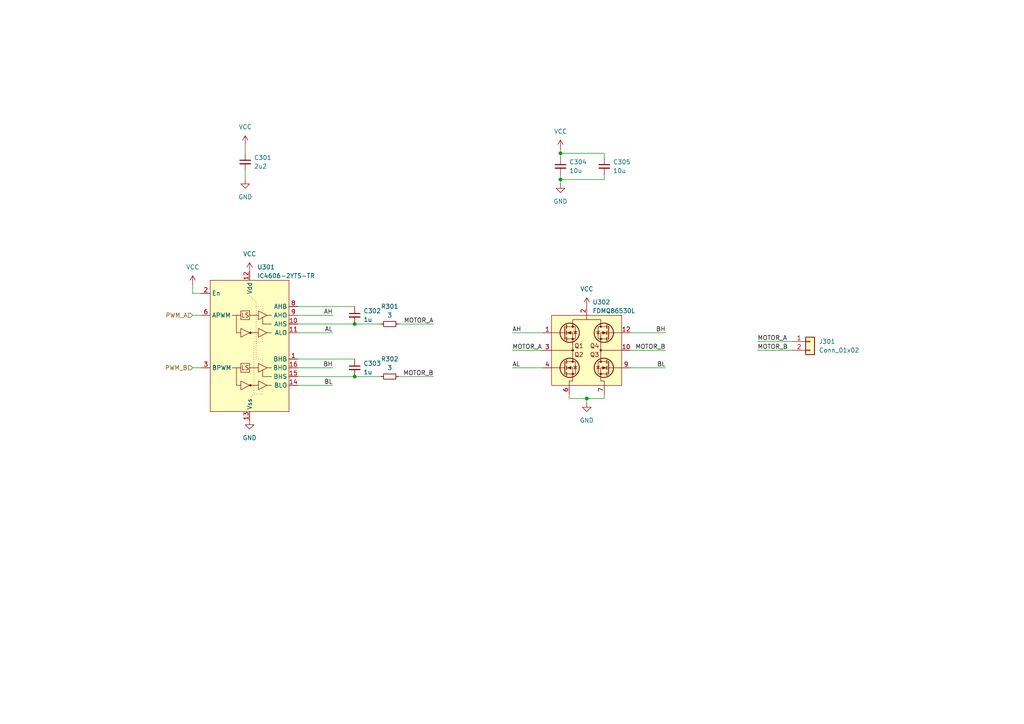
<source format=kicad_sch>
(kicad_sch (version 20231120) (generator "eeschema") (generator_version "8.0")
  (paper "A4")
  (lib_symbols
    (symbol "Connector_Generic:Conn_01x02" (pin_names (offset 1.016) hide)
      (property "Reference" "J" (at 0 2.54 0))
      (property "Value" "Conn_01x02" (at 0 -5.08 0))
      (symbol "Conn_01x02_1_1"
        (rectangle (start -1.27 -2.413) (end 0 -2.667) (stroke (width 0.1524)))
        (rectangle (start -1.27 0.127) (end 0 -0.127) (stroke (width 0.1524)))
        (rectangle (start -1.27 1.27) (end 1.27 -3.81) (stroke (width 0.254)) (fill (type background)))
        (pin passive line (at -5.08 0 0) (length 3.81) (name "Pin_1") (number "1"))
        (pin passive line (at -5.08 -2.54 0) (length 3.81) (name "Pin_2") (number "2"))
      )
    )
    (symbol "Device:C_Small" (pin_numbers hide) (pin_names (offset 0.254) hide)
      (property "Reference" "C" (at 0.254 1.778 0))
      (property "Value" "C_Small" (at 0.254 -2.032 0))
      (symbol "C_Small_0_1"
        (polyline (pts (xy -1.524 -0.508) (xy 1.524 -0.508)) (stroke (width 0.3302)))
        (polyline (pts (xy -1.524 0.508) (xy 1.524 0.508)) (stroke (width 0.3048)))
      )
      (symbol "C_Small_1_1"
        (pin passive line (at 0 2.54 270) (length 2.032) (name "~") (number "1"))
        (pin passive line (at 0 -2.54 90) (length 2.032) (name "~") (number "2"))
      )
    )
    (symbol "Device:R_Small" (pin_numbers hide) (pin_names (offset 0.254) hide)
      (property "Reference" "R" (at 0.762 0.508 0))
      (property "Value" "R_Small" (at 0.762 -1.016 0))
      (symbol "R_Small_0_1"
        (rectangle (start -0.762 1.778) (end 0.762 -1.778) (stroke (width 0.2032)))
      )
      (symbol "R_Small_1_1"
        (pin passive line (at 0 2.54 270) (length 0.762) (name "~") (number "1"))
        (pin passive line (at 0 -2.54 90) (length 0.762) (name "~") (number "2"))
      )
    )
    (symbol "Maker_librairy:FDMQ86530L"
      (property "Reference" "U" (at -9.652 11.176 0))
      (symbol "FDMQ86530L_0_1"
        (circle (center -4.953 -5.08) (radius 2.794) (stroke (width 0.254)))
        (circle (center -4.953 5.08) (radius 2.794) (stroke (width 0.254)))
        (circle (center -4.064 -6.858) (radius 0.254) (fill (type outline)))
        (circle (center -4.064 -3.302) (radius 0.254) (fill (type outline)))
        (circle (center -4.064 0) (radius 0.254) (fill (type outline)))
        (circle (center -4.064 3.302) (radius 0.254) (fill (type outline)))
        (circle (center -4.064 6.858) (radius 0.254) (fill (type outline)))
        (polyline (pts (xy -6.35 -5.08) (xy -10.16 -5.08)))
        (polyline (pts (xy -6.35 -3.175) (xy -6.35 -6.985)) (stroke (width 0.254)))
        (polyline (pts (xy -6.35 5.08) (xy -10.16 5.08)))
        (polyline (pts (xy -6.35 6.985) (xy -6.35 3.175)) (stroke (width 0.254)))
        (polyline (pts (xy -5.842 -6.35) (xy -5.842 -7.366)) (stroke (width 0.254)))
        (polyline (pts (xy -5.842 -4.572) (xy -5.842 -5.588)) (stroke (width 0.254)))
        (polyline (pts (xy -5.842 -2.794) (xy -5.842 -3.81)) (stroke (width 0.254)))
        (polyline (pts (xy -5.842 3.81) (xy -5.842 2.794)) (stroke (width 0.254)))
        (polyline (pts (xy -5.842 5.588) (xy -5.842 4.572)) (stroke (width 0.254)))
        (polyline (pts (xy -5.842 7.366) (xy -5.842 6.35)) (stroke (width 0.254)))
        (polyline (pts (xy -4.064 0) (xy -10.16 0)))
        (polyline (pts (xy -4.064 7.62) (xy -4.064 6.858)))
        (polyline (pts (xy 4.064 7.62) (xy 4.064 6.858)))
        (polyline (pts (xy 5.842 -6.35) (xy 5.842 -7.366)) (stroke (width 0.254)))
        (polyline (pts (xy 5.842 -4.572) (xy 5.842 -5.588)) (stroke (width 0.254)))
        (polyline (pts (xy 5.842 -2.794) (xy 5.842 -3.81)) (stroke (width 0.254)))
        (polyline (pts (xy 5.842 3.81) (xy 5.842 2.794)) (stroke (width 0.254)))
        (polyline (pts (xy 5.842 5.588) (xy 5.842 4.572)) (stroke (width 0.254)))
        (polyline (pts (xy 5.842 7.366) (xy 5.842 6.35)) (stroke (width 0.254)))
        (polyline (pts (xy 6.35 -5.08) (xy 10.16 -5.08)))
        (polyline (pts (xy 6.35 -3.175) (xy 6.35 -6.985)) (stroke (width 0.254)))
        (polyline (pts (xy 6.35 5.08) (xy 10.16 5.08)))
        (polyline (pts (xy 6.35 6.985) (xy 6.35 3.175)) (stroke (width 0.254)))
        (polyline (pts (xy 10.16 0) (xy 4.064 0)))
        (polyline (pts (xy -4.064 -7.62) (xy -4.064 -5.08) (xy -5.842 -5.08)))
        (polyline (pts (xy -4.064 -3.302) (xy -4.064 5.08) (xy -5.842 5.08)))
        (polyline (pts (xy 4.064 -7.62) (xy 4.064 -5.08) (xy 5.842 -5.08)))
        (polyline (pts (xy 4.064 -3.302) (xy 4.064 5.08) (xy 5.842 5.08)))
        (polyline (pts (xy -5.842 -6.858) (xy -3.302 -6.858) (xy -3.302 -3.302) (xy -5.842 -3.302)))
        (polyline (pts (xy -5.842 3.302) (xy -3.302 3.302) (xy -3.302 6.858) (xy -5.842 6.858)))
        (polyline (pts (xy -5.588 -5.08) (xy -4.572 -4.699) (xy -4.572 -5.461) (xy -5.588 -5.08)) (fill (type outline)))
        (polyline (pts (xy -5.588 5.08) (xy -4.572 5.461) (xy -4.572 4.699) (xy -5.588 5.08)) (fill (type outline)))
        (polyline (pts (xy -3.81 -4.572) (xy -3.683 -4.699) (xy -2.921 -4.699) (xy -2.794 -4.826)))
        (polyline (pts (xy -3.81 5.588) (xy -3.683 5.461) (xy -2.921 5.461) (xy -2.794 5.334)))
        (polyline (pts (xy -3.302 -4.699) (xy -3.683 -5.334) (xy -2.921 -5.334) (xy -3.302 -4.699)))
        (polyline (pts (xy -3.302 5.461) (xy -3.683 4.826) (xy -2.921 4.826) (xy -3.302 5.461)))
        (polyline (pts (xy 3.302 -4.699) (xy 3.683 -5.334) (xy 2.921 -5.334) (xy 3.302 -4.699)))
        (polyline (pts (xy 3.302 5.461) (xy 3.683 4.826) (xy 2.921 4.826) (xy 3.302 5.461)))
        (polyline (pts (xy 3.81 -4.572) (xy 3.683 -4.699) (xy 2.921 -4.699) (xy 2.794 -4.826)))
        (polyline (pts (xy 3.81 5.588) (xy 3.683 5.461) (xy 2.921 5.461) (xy 2.794 5.334)))
        (polyline (pts (xy 5.588 -5.08) (xy 4.572 -4.699) (xy 4.572 -5.461) (xy 5.588 -5.08)) (fill (type outline)))
        (polyline (pts (xy 5.588 5.08) (xy 4.572 5.461) (xy 4.572 4.699) (xy 5.588 5.08)) (fill (type outline)))
        (polyline (pts (xy 5.842 -6.858) (xy 3.302 -6.858) (xy 3.302 -3.302) (xy 5.842 -3.302)))
        (polyline (pts (xy 5.842 3.302) (xy 3.302 3.302) (xy 3.302 6.858) (xy 5.842 6.858)))
        (circle (center 4.064 -6.858) (radius 0.254) (fill (type outline)))
        (circle (center 4.064 -3.302) (radius 0.254) (fill (type outline)))
        (circle (center 4.064 0) (radius 0.254) (fill (type outline)))
        (circle (center 4.064 3.302) (radius 0.254) (fill (type outline)))
        (circle (center 4.064 6.858) (radius 0.254) (fill (type outline)))
        (circle (center 4.953 -5.08) (radius 2.794) (stroke (width 0.254)))
        (circle (center 4.953 5.08) (radius 2.794) (stroke (width 0.254)))
      )
      (symbol "FDMQ86530L_1_1"
        (rectangle (start -10.16 10.16) (end 10.16 -10.16) (fill (type background)))
        (polyline (pts (xy -5.08 -10.16) (xy -5.08 -8.89) (xy -4.064 -8.89) (xy -4.064 -7.62)))
        (polyline (pts (xy 0 10.16) (xy 0 8.89) (xy -4.064 8.89) (xy -4.064 6.858)))
        (polyline (pts (xy 0 10.16) (xy 0 8.89) (xy 4.064 8.89) (xy 4.064 6.858)))
        (polyline (pts (xy 5.08 -10.16) (xy 5.08 -8.89) (xy 4.064 -8.89) (xy 4.064 -7.62)))
        (text "Q1" (at -2.286 1.27 0) (effects (font (size 1.27 1.27))))
        (text "Q2" (at -2.286 -1.27 0) (effects (font (size 1.27 1.27))))
        (text "Q3\n" (at 2.286 -1.27 0) (effects (font (size 1.27 1.27))))
        (text "Q4" (at 2.286 1.27 0) (effects (font (size 1.27 1.27))))
        (pin input line (at -12.7 5.08 0) (length 2.54) (name "") (number "1"))
        (pin passive line (at 12.7 0 180) (length 2.54) (name "") (number "10"))
        (pin passive line (at 0 12.7 270) (length 2.54) hide (name "") (number "11"))
        (pin input line (at 12.7 5.08 180) (length 2.54) (name "") (number "12"))
        (pin passive line (at 0 12.7 270) (length 2.54) (name "") (number "2"))
        (pin passive line (at -12.7 0 0) (length 2.54) (name "") (number "3"))
        (pin input line (at -12.7 -5.08 0) (length 2.54) (name "") (number "4"))
        (pin passive line (at -5.08 -12.7 90) (length 2.54) hide (name "") (number "5"))
        (pin passive line (at -5.08 -12.7 90) (length 2.54) (name "") (number "6"))
        (pin passive line (at 5.08 -12.7 90) (length 2.54) (name "") (number "7"))
        (pin passive line (at 5.08 -12.7 90) (length 2.54) hide (name "") (number "8"))
        (pin input line (at 12.7 -5.08 180) (length 2.54) (name "") (number "9"))
      )
    )
    (symbol "Maker_librairy:IC4606-2YTS-TR"
      (property "Reference" "U" (at -10.668 20.066 0))
      (symbol "IC4606-2YTS-TR_0_1"
        (rectangle (start -2.54 -5.08) (end 0 -7.62))
        (rectangle (start -2.54 10.16) (end 0 7.62))
      )
      (symbol "IC4606-2YTS-TR_1_1"
        (rectangle (start -11.43 19.05) (end 11.43 -19.05) (fill (type background)))
        (polyline (pts (xy -5.08 -6.35) (xy -2.54 -6.35)))
        (polyline (pts (xy -5.08 8.89) (xy -2.54 8.89)))
        (polyline (pts (xy 0 -11.43) (xy 2.54 -11.43)))
        (polyline (pts (xy 0 -6.35) (xy 2.54 -6.35)))
        (polyline (pts (xy 0 3.81) (xy 2.54 3.81)))
        (polyline (pts (xy 0 8.89) (xy 2.54 8.89)))
        (polyline (pts (xy 0 14.605) (xy 1.905 12.7)) (stroke (width 0) (type dot)))
        (polyline (pts (xy 5.08 -11.43) (xy 6.35 -11.43)))
        (polyline (pts (xy 5.08 -6.35) (xy 6.35 -6.35)))
        (polyline (pts (xy 5.08 3.81) (xy 6.35 3.81)))
        (polyline (pts (xy 5.08 8.89) (xy 6.35 8.89)))
        (polyline (pts (xy -2.54 -11.43) (xy -3.81 -11.43) (xy -3.81 -6.35)))
        (polyline (pts (xy -2.54 3.81) (xy -3.81 3.81) (xy -3.81 8.89)))
        (polyline (pts (xy 6.35 -8.89) (xy 3.81 -8.89) (xy 3.81 -6.985)))
        (polyline (pts (xy 6.35 6.35) (xy 3.81 6.35) (xy 3.81 8.255)))
        (polyline (pts (xy 0 -15.24) (xy 1.27 -13.97) (xy 3.81 -13.97) (xy 3.81 -12.065)) (stroke (width 0) (type dot)))
        (polyline (pts (xy 0 -11.43) (xy -2.54 -10.16) (xy -2.54 -12.7) (xy 0 -11.43)))
        (polyline (pts (xy 0 3.81) (xy -2.54 5.08) (xy -2.54 2.54) (xy 0 3.81)))
        (polyline (pts (xy 1.905 11.43) (xy 1.905 11.43) (xy 3.81 11.43) (xy 3.81 9.525)) (stroke (width 0) (type dot)))
        (polyline (pts (xy 3.81 -5.715) (xy 3.81 -3.81) (xy 1.905 -3.81) (xy 1.905 12.7)) (stroke (width 0) (type dot)))
        (polyline (pts (xy 3.81 3.175) (xy 3.81 1.27) (xy 1.27 1.27) (xy 1.27 -13.97)) (stroke (width 0) (type dot)))
        (polyline (pts (xy 5.08 -11.43) (xy 2.54 -10.16) (xy 2.54 -12.7) (xy 5.08 -11.43)))
        (polyline (pts (xy 5.08 -6.35) (xy 2.54 -5.08) (xy 2.54 -7.62) (xy 5.08 -6.35)))
        (polyline (pts (xy 5.08 3.81) (xy 2.54 5.08) (xy 2.54 2.54) (xy 5.08 3.81)))
        (polyline (pts (xy 5.08 8.89) (xy 2.54 10.16) (xy 2.54 7.62) (xy 5.08 8.89)))
        (circle (center 0.254 -11.43) (radius 0.254) (fill (type outline)))
        (circle (center 0.254 3.81) (radius 0.254) (fill (type outline)))
        (text "LS" (at -1.27 -6.35 0) (effects (font (size 1.27 1.27))))
        (text "LS" (at -1.27 8.89 0) (effects (font (size 1.27 1.27))))
        (pin input line (at 13.97 -3.81 180) (length 2.54) (name "BHB") (number "1"))
        (pin input line (at 13.97 6.35 180) (length 2.54) (name "AHS") (number "10"))
        (pin output line (at 13.97 3.81 180) (length 2.54) (name "ALO") (number "11"))
        (pin power_in line (at 0 21.59 270) (length 2.54) (name "Vdd") (number "12"))
        (pin power_in line (at 0 -21.59 90) (length 2.54) (name "Vss") (number "13"))
        (pin output line (at 13.97 -11.43 180) (length 2.54) (name "BLO") (number "14"))
        (pin input line (at 13.97 -8.89 180) (length 2.54) (name "BHS") (number "15"))
        (pin output line (at 13.97 -6.35 180) (length 2.54) (name "BHO") (number "16"))
        (pin input line (at -13.97 15.24 0) (length 2.54) (name "En") (number "2"))
        (pin input line (at -13.97 -6.35 0) (length 2.54) (name "BPWM") (number "3"))
        (pin no_connect line (at -13.97 -11.43 0) (length 2.54) hide (name "BLI") (number "4"))
        (pin no_connect line (at -13.97 3.81 0) (length 2.54) hide (name "ALI") (number "5"))
        (pin input line (at -13.97 8.89 0) (length 2.54) (name "APWM") (number "6"))
        (pin no_connect line (at -13.97 17.78 0) (length 2.54) hide (name "NC") (number "7"))
        (pin input line (at 13.97 11.43 180) (length 2.54) (name "AHB") (number "8"))
        (pin output line (at 13.97 8.89 180) (length 2.54) (name "AHO") (number "9"))
      )
    )
    (symbol "power:GND" (power) (pin_numbers hide) (pin_names (offset 0) hide)
      (property "Value" "GND" (at 0 -3.81 0))
      (symbol "GND_0_1"
        (polyline (pts (xy 0 0) (xy 0 -1.27) (xy 1.27 -1.27) (xy 0 -2.54) (xy -1.27 -1.27) (xy 0 -1.27)))
      )
      (symbol "GND_1_1"
        (pin power_in line (at 0 0 270) (length 0) (name "~") (number "1"))
      )
    )
    (symbol "power:VCC" (power) (pin_numbers hide) (pin_names (offset 0) hide)
      (property "Value" "VCC" (at 0 3.556 0))
      (symbol "VCC_0_1"
        (polyline (pts (xy -0.762 1.27) (xy 0 2.54)))
        (polyline (pts (xy 0 0) (xy 0 2.54)))
        (polyline (pts (xy 0 2.54) (xy 0.762 1.27)))
      )
      (symbol "VCC_1_1"
        (pin power_in line (at 0 0 90) (length 0) (name "~") (number "1"))
      )
    )
  )
  (junction (at 162.56 52.07))
  (junction (at 170.18 115.57))
  (junction (at 162.56 44.45))
  (junction (at 102.87 93.98))
  (junction (at 102.87 109.22))
  (wire (pts (xy 71.12 41.91) (xy 71.12 44.45)))
  (wire (pts (xy 55.88 106.68) (xy 58.42 106.68)))
  (wire (pts (xy 96.52 96.52) (xy 86.36 96.52)))
  (wire (pts (xy 219.71 99.06) (xy 229.87 99.06)))
  (wire (pts (xy 162.56 44.45) (xy 162.56 45.72)))
  (wire (pts (xy 55.88 85.09) (xy 58.42 85.09)))
  (wire (pts (xy 125.73 93.98) (xy 115.57 93.98)))
  (wire (pts (xy 162.56 43.18) (xy 162.56 44.45)))
  (wire (pts (xy 71.12 49.53) (xy 71.12 52.07)))
  (wire (pts (xy 182.88 101.6) (xy 193.04 101.6)))
  (wire (pts (xy 165.1 115.57) (xy 170.18 115.57)))
  (wire (pts (xy 148.59 106.68) (xy 157.48 106.68)))
  (wire (pts (xy 182.88 106.68) (xy 193.04 106.68)))
  (wire (pts (xy 86.36 93.98) (xy 102.87 93.98)))
  (wire (pts (xy 86.36 88.9) (xy 102.87 88.9)))
  (wire (pts (xy 162.56 52.07) (xy 175.26 52.07)))
  (wire (pts (xy 162.56 44.45) (xy 175.26 44.45)))
  (wire (pts (xy 182.88 96.52) (xy 193.04 96.52)))
  (wire (pts (xy 125.73 109.22) (xy 115.57 109.22)))
  (wire (pts (xy 55.88 82.55) (xy 55.88 85.09)))
  (wire (pts (xy 102.87 109.22) (xy 110.49 109.22)))
  (wire (pts (xy 219.71 101.6) (xy 229.87 101.6)))
  (wire (pts (xy 96.52 91.44) (xy 86.36 91.44)))
  (wire (pts (xy 148.59 96.52) (xy 157.48 96.52)))
  (wire (pts (xy 175.26 50.8) (xy 175.26 52.07)))
  (wire (pts (xy 148.59 101.6) (xy 157.48 101.6)))
  (wire (pts (xy 165.1 115.57) (xy 165.1 114.3)))
  (wire (pts (xy 162.56 52.07) (xy 162.56 53.34)))
  (wire (pts (xy 96.52 111.76) (xy 86.36 111.76)))
  (wire (pts (xy 175.26 114.3) (xy 175.26 115.57)))
  (wire (pts (xy 170.18 115.57) (xy 170.18 116.84)))
  (wire (pts (xy 86.36 104.14) (xy 102.87 104.14)))
  (wire (pts (xy 162.56 50.8) (xy 162.56 52.07)))
  (wire (pts (xy 55.88 91.44) (xy 58.42 91.44)))
  (wire (pts (xy 86.36 109.22) (xy 102.87 109.22)))
  (wire (pts (xy 96.52 106.68) (xy 86.36 106.68)))
  (wire (pts (xy 102.87 93.98) (xy 110.49 93.98)))
  (wire (pts (xy 175.26 45.72) (xy 175.26 44.45)))
  (wire (pts (xy 170.18 115.57) (xy 175.26 115.57)))
  (label "AL" (at 96.52 96.52 180))
  (label "BH" (at 193.04 96.52 180))
  (label "MOTOR_B" (at 125.73 109.22 180))
  (label "BH" (at 96.52 106.68 180))
  (label "MOTOR_A" (at 125.73 93.98 180))
  (label "BL" (at 193.04 106.68 180))
  (label "MOTOR_B" (at 193.04 101.6 180))
  (label "AL" (at 148.59 106.68 0))
  (label "MOTOR_B" (at 219.71 101.6 0))
  (label "AH" (at 148.59 96.52 0))
  (label "AH" (at 96.52 91.44 180))
  (label "MOTOR_A" (at 148.59 101.6 0))
  (label "MOTOR_A" (at 219.71 99.06 0))
  (label "BL" (at 96.52 111.76 180))
  (hierarchical_label "PWM_B" (shape input) (at 55.88 106.68 180))
  (hierarchical_label "PWM_A" (shape input) (at 55.88 91.44 180))
  (symbol (lib_id "Connector_Generic:Conn_01x02") (at 234.95 99.06 0) (unit 1)
    (property "Reference" "J301" (at 237.49 99.0599 0) (effects (justify left)))
    (property "Value" "Conn_01x02" (at 237.49 101.5999 0) (effects (justify left)))
    (property "Footprint" "Connector_Phoenix_MSTB:PhoenixContact_MSTBA_2,5_2-G-5,08_1x02_P5.08mm_Horizontal" (effects (hide yes)))
    (property "Description" "Generic connector, single row, 01x02, script generated (kicad-library-utils/schlib/autogen/connector/)" (effects (hide yes)))
  )
  (symbol (lib_id "power:VCC") (at 72.39 78.74 0) (unit 1)
    (property "Reference" "#PWR0304" (effects (hide yes)))
    (property "Value" "VCC" (at 72.39 73.66 0))
    (property "Description" "Power symbol creates a global label with name \"VCC\"" (effects (hide yes)))
  )
  (symbol (lib_id "power:GND") (at 162.56 53.34 0) (unit 1)
    (property "Reference" "#PWR0307" (effects (hide yes)))
    (property "Value" "GND" (at 162.56 58.42 0))
    (property "Description" "Power symbol creates a global label with name \"GND\" , ground" (effects (hide yes)))
  )
  (symbol (lib_id "Maker_librairy:IC4606-2YTS-TR") (at 72.39 100.33 0) (unit 1)
    (property "Reference" "U301" (at 74.5841 77.47 0) (effects (justify left)))
    (property "Value" "IC4606-2YTS-TR" (at 74.5841 80.01 0) (effects (justify left)))
    (property "Footprint" "Package_SO:TSSOP-16_4.4x5mm_P0.65mm" (effects (hide yes)))
    (property "MPN" "IC4606-2YTS-TR" (effects (hide yes)))
  )
  (symbol (lib_id "power:VCC") (at 162.56 43.18 0) (unit 1)
    (property "Reference" "#PWR0306" (effects (hide yes)))
    (property "Value" "VCC" (at 162.56 38.1 0))
    (property "Description" "Power symbol creates a global label with name \"VCC\"" (effects (hide yes)))
  )
  (symbol (lib_id "power:GND") (at 71.12 52.07 0) (unit 1)
    (property "Reference" "#PWR0303" (effects (hide yes)))
    (property "Value" "GND" (at 71.12 57.15 0))
    (property "Description" "Power symbol creates a global label with name \"GND\" , ground" (effects (hide yes)))
  )
  (symbol (lib_id "Device:C_Small") (at 175.26 48.26 0) (unit 1)
    (property "Reference" "C305" (at 177.8 46.9962 0) (effects (justify left)))
    (property "Value" "10u" (at 177.8 49.5362 0) (effects (justify left)))
    (property "Footprint" "Capacitor_SMD:C_0603_1608Metric" (effects (hide yes)))
    (property "Datasheet" "https://www.we-online.com/components/products/datasheet/885012106031.pdf" (effects (hide yes)))
    (property "Description" "Unpolarized capacitor, small symbol" (effects (hide yes)))
    (property "Vmax" "25V" (effects (hide yes)))
    (property "MPN" "885012106031" (effects (hide yes)))
  )
  (symbol (lib_id "power:VCC") (at 170.18 88.9 0) (unit 1)
    (property "Reference" "#PWR0308" (effects (hide yes)))
    (property "Value" "VCC" (at 170.18 83.82 0))
    (property "Description" "Power symbol creates a global label with name \"VCC\"" (effects (hide yes)))
  )
  (symbol (lib_id "Device:R_Small") (at 113.03 109.22 90) (unit 1)
    (property "Reference" "R302" (at 113.03 104.14 90))
    (property "Value" "3" (at 113.03 106.68 90))
    (property "Footprint" "Resistor_SMD:R_0805_2012Metric" (effects (hide yes)))
    (property "Description" "Resistor, small symbol" (effects (hide yes)))
  )
  (symbol (lib_id "Maker_librairy:FDMQ86530L") (at 170.18 101.6 0) (unit 1)
    (property "Reference" "U302" (at 171.8311 87.63 0) (effects (justify left)))
    (property "Value" "FDMQ86530L" (at 171.8311 90.17 0) (effects (justify left)))
    (property "Footprint" "Maker_librairy:FDMQ86530L" (effects (hide yes)))
  )
  (symbol (lib_id "power:VCC") (at 55.88 82.55 0) (unit 1)
    (property "Reference" "#PWR0301" (effects (hide yes)))
    (property "Value" "VCC" (at 55.88 77.47 0))
    (property "Description" "Power symbol creates a global label with name \"VCC\"" (effects (hide yes)))
  )
  (symbol (lib_id "Device:C_Small") (at 102.87 91.44 0) (unit 1)
    (property "Reference" "C302" (at 105.41 90.1762 0) (effects (justify left)))
    (property "Value" "1u" (at 105.41 92.7162 0) (effects (justify left)))
    (property "Footprint" "Capacitor_SMD:C_0603_1608Metric" (effects (hide yes)))
    (property "Datasheet" "https://www.we-online.com/components/products/datasheet/885012206076.pdf" (effects (hide yes)))
    (property "Description" "Unpolarized capacitor, small symbol" (effects (hide yes)))
    (property "Vmax" "25V" (effects (hide yes)))
    (property "MPN" "885012206076" (effects (hide yes)))
  )
  (symbol (lib_id "Device:C_Small") (at 162.56 48.26 0) (unit 1)
    (property "Reference" "C304" (at 165.1 46.9962 0) (effects (justify left)))
    (property "Value" "10u" (at 165.1 49.5362 0) (effects (justify left)))
    (property "Footprint" "Capacitor_SMD:C_0603_1608Metric" (effects (hide yes)))
    (property "Datasheet" "https://www.we-online.com/components/products/datasheet/885012106031.pdf" (effects (hide yes)))
    (property "Description" "Unpolarized capacitor, small symbol" (effects (hide yes)))
    (property "Vmax" "25V" (effects (hide yes)))
    (property "MPN" "885012106031" (effects (hide yes)))
  )
  (symbol (lib_id "Device:R_Small") (at 113.03 93.98 90) (unit 1)
    (property "Reference" "R301" (at 113.03 88.9 90))
    (property "Value" "3" (at 113.03 91.44 90))
    (property "Footprint" "Resistor_SMD:R_0805_2012Metric" (effects (hide yes)))
    (property "Description" "Resistor, small symbol" (effects (hide yes)))
  )
  (symbol (lib_id "power:VCC") (at 71.12 41.91 0) (unit 1)
    (property "Reference" "#PWR0302" (effects (hide yes)))
    (property "Value" "VCC" (at 71.12 36.83 0))
    (property "Description" "Power symbol creates a global label with name \"VCC\"" (effects (hide yes)))
  )
  (symbol (lib_id "Device:C_Small") (at 102.87 106.68 0) (unit 1)
    (property "Reference" "C303" (at 105.41 105.4162 0) (effects (justify left)))
    (property "Value" "1u" (at 105.41 107.9562 0) (effects (justify left)))
    (property "Footprint" "Capacitor_SMD:C_0603_1608Metric" (effects (hide yes)))
    (property "Datasheet" "https://www.we-online.com/components/products/datasheet/885012206076.pdf" (effects (hide yes)))
    (property "Description" "Unpolarized capacitor, small symbol" (effects (hide yes)))
    (property "Vmax" "25V" (effects (hide yes)))
    (property "MPN" "885012206076" (effects (hide yes)))
  )
  (symbol (lib_id "Device:C_Small") (at 71.12 46.99 0) (unit 1)
    (property "Reference" "C301" (at 73.66 45.7262 0) (effects (justify left)))
    (property "Value" "2u2" (at 73.66 48.2662 0) (effects (justify left)))
    (property "Footprint" "Capacitor_SMD:C_0603_1608Metric" (effects (hide yes)))
    (property "Datasheet" "https://www.we-online.com/components/products/datasheet/885012106018.pdf" (effects (hide yes)))
    (property "Description" "Unpolarized capacitor, small symbol" (effects (hide yes)))
    (property "Vmax" "25V" (effects (hide yes)))
    (property "MPN" "885012106018" (effects (hide yes)))
  )
  (symbol (lib_id "power:GND") (at 170.18 116.84 0) (unit 1)
    (property "Reference" "#PWR0309" (effects (hide yes)))
    (property "Value" "GND" (at 170.18 121.92 0))
    (property "Description" "Power symbol creates a global label with name \"GND\" , ground" (effects (hide yes)))
  )
  (symbol (lib_id "power:GND") (at 72.39 121.92 0) (unit 1)
    (property "Reference" "#PWR0305" (effects (hide yes)))
    (property "Value" "GND" (at 72.39 127 0))
    (property "Description" "Power symbol creates a global label with name \"GND\" , ground" (effects (hide yes)))
  )
)
</source>
